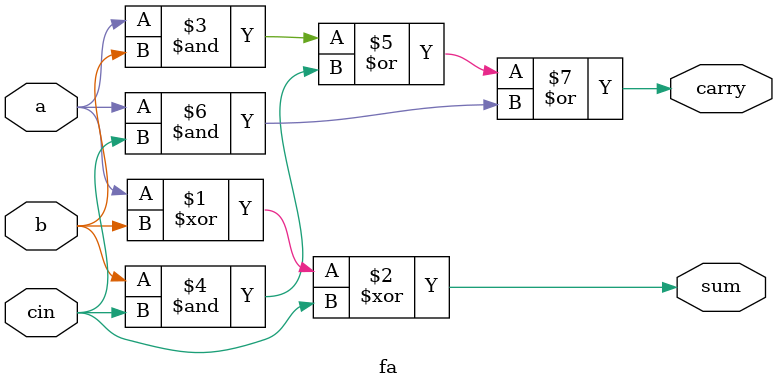
<source format=v>
module fa(input a,b, cin , output sum , carry );
assign sum = a^b^cin ;
assign carry = a&b|b&cin|a&cin ;
endmodule

</source>
